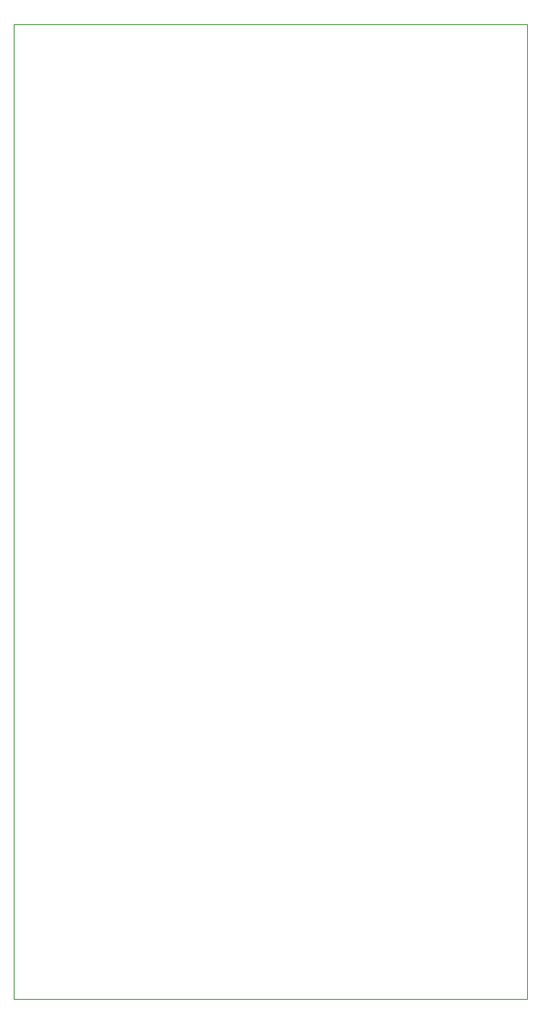
<source format=gbr>
%TF.GenerationSoftware,KiCad,Pcbnew,7.0.6-0*%
%TF.CreationDate,2023-09-22T13:52:59-04:00*%
%TF.ProjectId,SurfaceMounted,53757266-6163-4654-9d6f-756e7465642e,rev?*%
%TF.SameCoordinates,Original*%
%TF.FileFunction,Profile,NP*%
%FSLAX46Y46*%
G04 Gerber Fmt 4.6, Leading zero omitted, Abs format (unit mm)*
G04 Created by KiCad (PCBNEW 7.0.6-0) date 2023-09-22 13:52:59*
%MOMM*%
%LPD*%
G01*
G04 APERTURE LIST*
%TA.AperFunction,Profile*%
%ADD10C,0.100000*%
%TD*%
G04 APERTURE END LIST*
D10*
X262123600Y-139044800D02*
X262133600Y-41154800D01*
X262133600Y-41154800D02*
X208273600Y-41154800D01*
X262153600Y-143244800D02*
X208293600Y-143244800D01*
X208283600Y-140714800D02*
X208293600Y-143244800D01*
X208273600Y-41154800D02*
X208283600Y-140714800D01*
X262123600Y-139044800D02*
X262153600Y-143244800D01*
M02*

</source>
